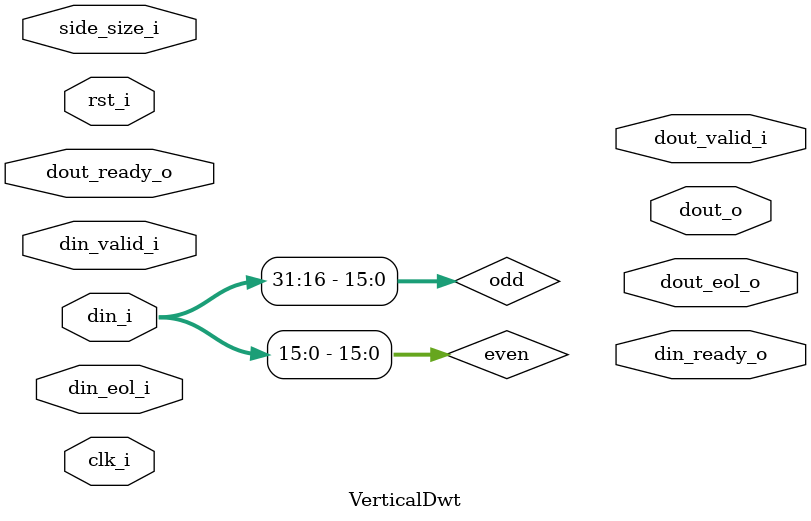
<source format=sv>
module VerticalDwt #(
    parameter DataWidth = 16,
    parameter MaximumSideSize = 512
) (
    input   logic                                   clk_i,
    input   logic                                   rst_i,

    input   logic   [$clog2(MaximumSideSize)-1:0]   side_size_i,

    input   logic                                   din_valid_i,
    output  logic                                   din_ready_o,
    input   logic                                   din_eol_i,
    input   logic   [2*DataWidth-1:0]               din_i,

    output  logic                                   dout_valid_i,
    input   logic                                   dout_ready_o,
    output  logic                                   dout_eol_o,
    output  logic   [2*DataWidth-1:0]               dout_o
);
    logic [DataWidth-1:0] even, odd;
    assign even = din_i[DataWidth-1:0];
    assign odd  = din_i[2*DataWidth-1:DataWidth];

endmodule
</source>
